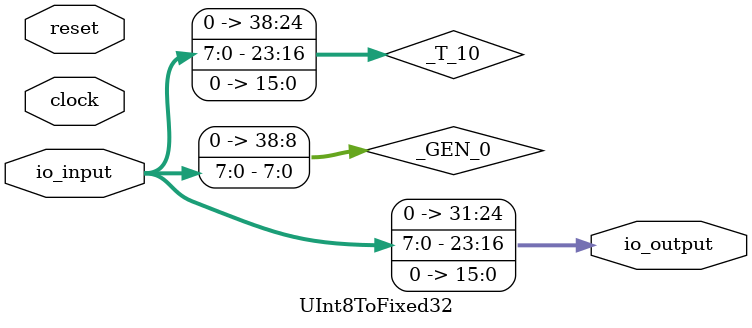
<source format=v>
module UInt8ToFixed32( // @[:@3.2]
  input         clock, // @[:@4.4]
  input         reset, // @[:@5.4]
  input  [7:0]  io_input, // @[:@6.4]
  output [31:0] io_output // @[:@6.4]
);
  wire [38:0] _GEN_0; // @[UInt8ToFixed32.scala 12:24:@8.4]
  wire [38:0] _T_10; // @[UInt8ToFixed32.scala 12:24:@8.4]
  assign _GEN_0 = {{31'd0}, io_input}; // @[UInt8ToFixed32.scala 12:24:@8.4]
  assign _T_10 = _GEN_0 << 5'h10; // @[UInt8ToFixed32.scala 12:24:@8.4]
  assign io_output = _T_10[31:0]; // @[UInt8ToFixed32.scala 12:13:@9.4]
endmodule

</source>
